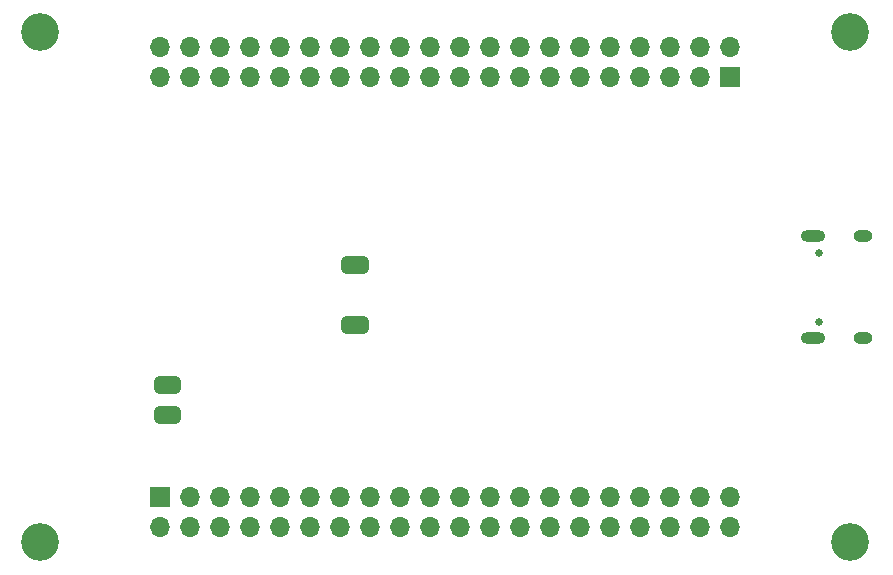
<source format=gbr>
G04 #@! TF.GenerationSoftware,KiCad,Pcbnew,9.0.1+dfsg-1*
G04 #@! TF.CreationDate,2025-05-28T08:47:52+08:00*
G04 #@! TF.ProjectId,mcustm32f402,6d637573-746d-4333-9266-3430322e6b69,a*
G04 #@! TF.SameCoordinates,PX57cf3f8PY8841978*
G04 #@! TF.FileFunction,Soldermask,Bot*
G04 #@! TF.FilePolarity,Negative*
%FSLAX46Y46*%
G04 Gerber Fmt 4.6, Leading zero omitted, Abs format (unit mm)*
G04 Created by KiCad (PCBNEW 9.0.1+dfsg-1) date 2025-05-28 08:47:52*
%MOMM*%
%LPD*%
G01*
G04 APERTURE LIST*
G04 Aperture macros list*
%AMFreePoly0*
4,1,23,0.500000,-0.750000,0.000000,-0.750000,0.000000,-0.745722,-0.065263,-0.745722,-0.191342,-0.711940,-0.304381,-0.646677,-0.396677,-0.554381,-0.461940,-0.441342,-0.495722,-0.315263,-0.495722,-0.250000,-0.500000,-0.250000,-0.500000,0.250000,-0.495722,0.250000,-0.495722,0.315263,-0.461940,0.441342,-0.396677,0.554381,-0.304381,0.646677,-0.191342,0.711940,-0.065263,0.745722,0.000000,0.745722,
0.000000,0.750000,0.500000,0.750000,0.500000,-0.750000,0.500000,-0.750000,$1*%
%AMFreePoly1*
4,1,23,0.000000,0.745722,0.065263,0.745722,0.191342,0.711940,0.304381,0.646677,0.396677,0.554381,0.461940,0.441342,0.495722,0.315263,0.495722,0.250000,0.500000,0.250000,0.500000,-0.250000,0.495722,-0.250000,0.495722,-0.315263,0.461940,-0.441342,0.396677,-0.554381,0.304381,-0.646677,0.191342,-0.711940,0.065263,-0.745722,0.000000,-0.745722,0.000000,-0.750000,-0.500000,-0.750000,
-0.500000,0.750000,0.000000,0.750000,0.000000,0.745722,0.000000,0.745722,$1*%
G04 Aperture macros list end*
%ADD10C,0.650000*%
%ADD11O,2.100000X1.000000*%
%ADD12O,1.600000X1.000000*%
%ADD13R,1.700000X1.700000*%
%ADD14O,1.700000X1.700000*%
%ADD15C,3.200000*%
%ADD16FreePoly0,180.000000*%
%ADD17FreePoly1,180.000000*%
%ADD18FreePoly0,0.000000*%
%ADD19FreePoly1,0.000000*%
G04 APERTURE END LIST*
G04 #@! TO.C,JP2*
G36*
X52855000Y38850000D02*
G01*
X52555000Y38850000D01*
X52555000Y37350000D01*
X52855000Y37350000D01*
X52855000Y38850000D01*
G37*
G04 #@! TO.C,JP1*
G36*
X52555000Y42430000D02*
G01*
X52855000Y42430000D01*
X52855000Y43930000D01*
X52555000Y43930000D01*
X52555000Y42430000D01*
G37*
G04 #@! TO.C,JP3*
G36*
X36680000Y29730000D02*
G01*
X36980000Y29730000D01*
X36980000Y31230000D01*
X36680000Y31230000D01*
X36680000Y29730000D01*
G37*
G04 #@! TO.C,JP4*
G36*
X36680000Y32270000D02*
G01*
X36980000Y32270000D01*
X36980000Y33770000D01*
X36680000Y33770000D01*
X36680000Y32270000D01*
G37*
G04 #@! TD*
D10*
G04 #@! TO.C,J1*
X92015000Y38385000D03*
X92015000Y44165000D03*
D11*
X91485000Y36955000D03*
D12*
X95665000Y36955000D03*
D11*
X91485000Y45595000D03*
D12*
X95665000Y45595000D03*
G04 #@! TD*
D13*
G04 #@! TO.C,J2*
X36195000Y23495000D03*
D14*
X36195000Y20955000D03*
X38735000Y23495000D03*
X38735000Y20955000D03*
X41275000Y23495000D03*
X41275000Y20955000D03*
X43815000Y23495000D03*
X43815000Y20955000D03*
X46355000Y23495000D03*
X46355000Y20955000D03*
X48895000Y23495000D03*
X48895000Y20955000D03*
X51435000Y23495000D03*
X51435000Y20955000D03*
X53975000Y23495000D03*
X53975000Y20955000D03*
X56515000Y23495000D03*
X56515000Y20955000D03*
X59055000Y23495000D03*
X59055000Y20955000D03*
X61595000Y23495000D03*
X61595000Y20955000D03*
X64135000Y23495000D03*
X64135000Y20955000D03*
X66675000Y23495000D03*
X66675000Y20955000D03*
X69215000Y23495000D03*
X69215000Y20955000D03*
X71755000Y23495000D03*
X71755000Y20955000D03*
X74295000Y23495000D03*
X74295000Y20955000D03*
X76835000Y23495000D03*
X76835000Y20955000D03*
X79375000Y23495000D03*
X79375000Y20955000D03*
X81915000Y23495000D03*
X81915000Y20955000D03*
X84455000Y23495000D03*
X84455000Y20955000D03*
G04 #@! TD*
D13*
G04 #@! TO.C,J3*
X84455000Y59055000D03*
D14*
X84455000Y61595000D03*
X81915000Y59055000D03*
X81915000Y61595000D03*
X79375000Y59055000D03*
X79375000Y61595000D03*
X76835000Y59055000D03*
X76835000Y61595000D03*
X74295000Y59055000D03*
X74295000Y61595000D03*
X71755000Y59055000D03*
X71755000Y61595000D03*
X69215000Y59055000D03*
X69215000Y61595000D03*
X66675000Y59055000D03*
X66675000Y61595000D03*
X64135000Y59055000D03*
X64135000Y61595000D03*
X61595000Y59055000D03*
X61595000Y61595000D03*
X59055000Y59055000D03*
X59055000Y61595000D03*
X56515000Y59055000D03*
X56515000Y61595000D03*
X53975000Y59055000D03*
X53975000Y61595000D03*
X51435000Y59055000D03*
X51435000Y61595000D03*
X48895000Y59055000D03*
X48895000Y61595000D03*
X46355000Y59055000D03*
X46355000Y61595000D03*
X43815000Y59055000D03*
X43815000Y61595000D03*
X41275000Y59055000D03*
X41275000Y61595000D03*
X38735000Y59055000D03*
X38735000Y61595000D03*
X36195000Y59055000D03*
X36195000Y61595000D03*
G04 #@! TD*
D15*
G04 #@! TO.C,J4*
X26035000Y62865000D03*
X26035000Y19685000D03*
X94615000Y62865000D03*
X94615000Y19685000D03*
G04 #@! TD*
D16*
G04 #@! TO.C,JP2*
X53355000Y38100000D03*
D17*
X52055000Y38100000D03*
G04 #@! TD*
D18*
G04 #@! TO.C,JP1*
X52055000Y43180000D03*
D19*
X53355000Y43180000D03*
G04 #@! TD*
D18*
G04 #@! TO.C,JP3*
X36180000Y30480000D03*
D19*
X37480000Y30480000D03*
G04 #@! TD*
D18*
G04 #@! TO.C,JP4*
X36180000Y33020000D03*
D19*
X37480000Y33020000D03*
G04 #@! TD*
M02*

</source>
